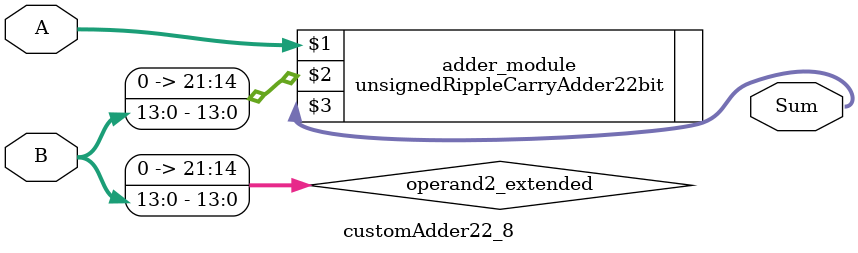
<source format=v>

module customAdder22_8(
                    input [21 : 0] A,
                    input [13 : 0] B,
                    
                    output [22 : 0] Sum
            );

    wire [21 : 0] operand2_extended;
    
    assign operand2_extended =  {8'b0, B};
    
    unsignedRippleCarryAdder22bit adder_module(
        A,
        operand2_extended,
        Sum
    );
    
endmodule
        
</source>
